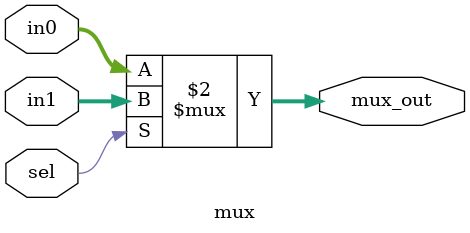
<source format=v>
`timescale 1ns / 1ps
module mux(
    input sel,
    input [31:0] in0, in1,
	 output [31:0] mux_out
    );
	 
assign mux_out = (sel==0) ? in0 : in1;
endmodule

</source>
